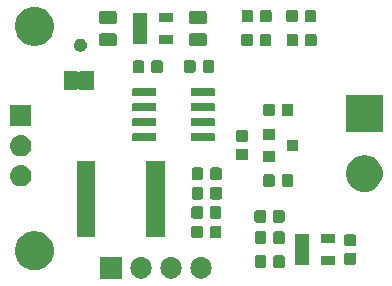
<source format=gts>
G04 #@! TF.GenerationSoftware,KiCad,Pcbnew,(5.1.2)-1*
G04 #@! TF.CreationDate,2022-10-08T12:37:54+09:00*
G04 #@! TF.ProjectId,thamp,7468616d-702e-46b6-9963-61645f706362,v1.2*
G04 #@! TF.SameCoordinates,Original*
G04 #@! TF.FileFunction,Soldermask,Top*
G04 #@! TF.FilePolarity,Negative*
%FSLAX46Y46*%
G04 Gerber Fmt 4.6, Leading zero omitted, Abs format (unit mm)*
G04 Created by KiCad (PCBNEW (5.1.2)-1) date 2022-10-08 12:37:54*
%MOMM*%
%LPD*%
G04 APERTURE LIST*
%ADD10C,0.100000*%
G04 APERTURE END LIST*
D10*
G36*
X132140443Y-122565519D02*
G01*
X132206627Y-122572037D01*
X132376466Y-122623557D01*
X132532991Y-122707222D01*
X132568729Y-122736552D01*
X132670186Y-122819814D01*
X132753448Y-122921271D01*
X132782778Y-122957009D01*
X132866443Y-123113534D01*
X132917963Y-123283373D01*
X132935359Y-123460000D01*
X132917963Y-123636627D01*
X132866443Y-123806466D01*
X132782778Y-123962991D01*
X132753448Y-123998729D01*
X132670186Y-124100186D01*
X132568729Y-124183448D01*
X132532991Y-124212778D01*
X132376466Y-124296443D01*
X132206627Y-124347963D01*
X132140442Y-124354482D01*
X132074260Y-124361000D01*
X131985740Y-124361000D01*
X131919558Y-124354482D01*
X131853373Y-124347963D01*
X131683534Y-124296443D01*
X131527009Y-124212778D01*
X131491271Y-124183448D01*
X131389814Y-124100186D01*
X131306552Y-123998729D01*
X131277222Y-123962991D01*
X131193557Y-123806466D01*
X131142037Y-123636627D01*
X131124641Y-123460000D01*
X131142037Y-123283373D01*
X131193557Y-123113534D01*
X131277222Y-122957009D01*
X131306552Y-122921271D01*
X131389814Y-122819814D01*
X131491271Y-122736552D01*
X131527009Y-122707222D01*
X131683534Y-122623557D01*
X131853373Y-122572037D01*
X131919557Y-122565519D01*
X131985740Y-122559000D01*
X132074260Y-122559000D01*
X132140443Y-122565519D01*
X132140443Y-122565519D01*
G37*
G36*
X134680443Y-122565519D02*
G01*
X134746627Y-122572037D01*
X134916466Y-122623557D01*
X135072991Y-122707222D01*
X135108729Y-122736552D01*
X135210186Y-122819814D01*
X135293448Y-122921271D01*
X135322778Y-122957009D01*
X135406443Y-123113534D01*
X135457963Y-123283373D01*
X135475359Y-123460000D01*
X135457963Y-123636627D01*
X135406443Y-123806466D01*
X135322778Y-123962991D01*
X135293448Y-123998729D01*
X135210186Y-124100186D01*
X135108729Y-124183448D01*
X135072991Y-124212778D01*
X134916466Y-124296443D01*
X134746627Y-124347963D01*
X134680442Y-124354482D01*
X134614260Y-124361000D01*
X134525740Y-124361000D01*
X134459558Y-124354482D01*
X134393373Y-124347963D01*
X134223534Y-124296443D01*
X134067009Y-124212778D01*
X134031271Y-124183448D01*
X133929814Y-124100186D01*
X133846552Y-123998729D01*
X133817222Y-123962991D01*
X133733557Y-123806466D01*
X133682037Y-123636627D01*
X133664641Y-123460000D01*
X133682037Y-123283373D01*
X133733557Y-123113534D01*
X133817222Y-122957009D01*
X133846552Y-122921271D01*
X133929814Y-122819814D01*
X134031271Y-122736552D01*
X134067009Y-122707222D01*
X134223534Y-122623557D01*
X134393373Y-122572037D01*
X134459557Y-122565519D01*
X134525740Y-122559000D01*
X134614260Y-122559000D01*
X134680443Y-122565519D01*
X134680443Y-122565519D01*
G37*
G36*
X137220443Y-122565519D02*
G01*
X137286627Y-122572037D01*
X137456466Y-122623557D01*
X137612991Y-122707222D01*
X137648729Y-122736552D01*
X137750186Y-122819814D01*
X137833448Y-122921271D01*
X137862778Y-122957009D01*
X137946443Y-123113534D01*
X137997963Y-123283373D01*
X138015359Y-123460000D01*
X137997963Y-123636627D01*
X137946443Y-123806466D01*
X137862778Y-123962991D01*
X137833448Y-123998729D01*
X137750186Y-124100186D01*
X137648729Y-124183448D01*
X137612991Y-124212778D01*
X137456466Y-124296443D01*
X137286627Y-124347963D01*
X137220442Y-124354482D01*
X137154260Y-124361000D01*
X137065740Y-124361000D01*
X136999558Y-124354482D01*
X136933373Y-124347963D01*
X136763534Y-124296443D01*
X136607009Y-124212778D01*
X136571271Y-124183448D01*
X136469814Y-124100186D01*
X136386552Y-123998729D01*
X136357222Y-123962991D01*
X136273557Y-123806466D01*
X136222037Y-123636627D01*
X136204641Y-123460000D01*
X136222037Y-123283373D01*
X136273557Y-123113534D01*
X136357222Y-122957009D01*
X136386552Y-122921271D01*
X136469814Y-122819814D01*
X136571271Y-122736552D01*
X136607009Y-122707222D01*
X136763534Y-122623557D01*
X136933373Y-122572037D01*
X136999557Y-122565519D01*
X137065740Y-122559000D01*
X137154260Y-122559000D01*
X137220443Y-122565519D01*
X137220443Y-122565519D01*
G37*
G36*
X130391000Y-124361000D02*
G01*
X128589000Y-124361000D01*
X128589000Y-122559000D01*
X130391000Y-122559000D01*
X130391000Y-124361000D01*
X130391000Y-124361000D01*
G37*
G36*
X123374431Y-120391134D02*
G01*
X123481579Y-120412447D01*
X123782042Y-120536903D01*
X124052451Y-120717585D01*
X124282415Y-120947549D01*
X124463097Y-121217958D01*
X124587553Y-121518421D01*
X124590147Y-121531461D01*
X124651000Y-121837389D01*
X124651000Y-122162611D01*
X124627230Y-122282110D01*
X124587553Y-122481579D01*
X124555484Y-122559000D01*
X124494089Y-122707222D01*
X124463097Y-122782042D01*
X124282415Y-123052451D01*
X124052451Y-123282415D01*
X123782042Y-123463097D01*
X123481579Y-123587553D01*
X123375256Y-123608702D01*
X123162611Y-123651000D01*
X122837389Y-123651000D01*
X122624744Y-123608702D01*
X122518421Y-123587553D01*
X122217958Y-123463097D01*
X121947549Y-123282415D01*
X121717585Y-123052451D01*
X121536903Y-122782042D01*
X121505912Y-122707222D01*
X121444516Y-122559000D01*
X121412447Y-122481579D01*
X121372770Y-122282110D01*
X121349000Y-122162611D01*
X121349000Y-121837389D01*
X121409853Y-121531461D01*
X121412447Y-121518421D01*
X121536903Y-121217958D01*
X121717585Y-120947549D01*
X121947549Y-120717585D01*
X122217958Y-120536903D01*
X122518421Y-120412447D01*
X122625569Y-120391134D01*
X122837389Y-120349000D01*
X123162611Y-120349000D01*
X123374431Y-120391134D01*
X123374431Y-120391134D01*
G37*
G36*
X142480591Y-122396085D02*
G01*
X142514569Y-122406393D01*
X142545890Y-122423134D01*
X142573339Y-122445661D01*
X142595866Y-122473110D01*
X142612607Y-122504431D01*
X142622915Y-122538409D01*
X142627000Y-122579890D01*
X142627000Y-123256110D01*
X142622915Y-123297591D01*
X142612607Y-123331569D01*
X142595866Y-123362890D01*
X142573339Y-123390339D01*
X142545890Y-123412866D01*
X142514569Y-123429607D01*
X142480591Y-123439915D01*
X142439110Y-123444000D01*
X141837890Y-123444000D01*
X141796409Y-123439915D01*
X141762431Y-123429607D01*
X141731110Y-123412866D01*
X141703661Y-123390339D01*
X141681134Y-123362890D01*
X141664393Y-123331569D01*
X141654085Y-123297591D01*
X141650000Y-123256110D01*
X141650000Y-122579890D01*
X141654085Y-122538409D01*
X141664393Y-122504431D01*
X141681134Y-122473110D01*
X141703661Y-122445661D01*
X141731110Y-122423134D01*
X141762431Y-122406393D01*
X141796409Y-122396085D01*
X141837890Y-122392000D01*
X142439110Y-122392000D01*
X142480591Y-122396085D01*
X142480591Y-122396085D01*
G37*
G36*
X144055591Y-122396085D02*
G01*
X144089569Y-122406393D01*
X144120890Y-122423134D01*
X144148339Y-122445661D01*
X144170866Y-122473110D01*
X144187607Y-122504431D01*
X144197915Y-122538409D01*
X144202000Y-122579890D01*
X144202000Y-123256110D01*
X144197915Y-123297591D01*
X144187607Y-123331569D01*
X144170866Y-123362890D01*
X144148339Y-123390339D01*
X144120890Y-123412866D01*
X144089569Y-123429607D01*
X144055591Y-123439915D01*
X144014110Y-123444000D01*
X143412890Y-123444000D01*
X143371409Y-123439915D01*
X143337431Y-123429607D01*
X143306110Y-123412866D01*
X143278661Y-123390339D01*
X143256134Y-123362890D01*
X143239393Y-123331569D01*
X143229085Y-123297591D01*
X143225000Y-123256110D01*
X143225000Y-122579890D01*
X143229085Y-122538409D01*
X143239393Y-122504431D01*
X143256134Y-122473110D01*
X143278661Y-122445661D01*
X143306110Y-122423134D01*
X143337431Y-122406393D01*
X143371409Y-122396085D01*
X143412890Y-122392000D01*
X144014110Y-122392000D01*
X144055591Y-122396085D01*
X144055591Y-122396085D01*
G37*
G36*
X148443000Y-123228000D02*
G01*
X147281000Y-123228000D01*
X147281000Y-122476000D01*
X148443000Y-122476000D01*
X148443000Y-123228000D01*
X148443000Y-123228000D01*
G37*
G36*
X146243000Y-123228000D02*
G01*
X145081000Y-123228000D01*
X145081000Y-120576000D01*
X146243000Y-120576000D01*
X146243000Y-123228000D01*
X146243000Y-123228000D01*
G37*
G36*
X150129591Y-122205085D02*
G01*
X150163569Y-122215393D01*
X150194890Y-122232134D01*
X150222339Y-122254661D01*
X150244866Y-122282110D01*
X150261607Y-122313431D01*
X150271915Y-122347409D01*
X150276000Y-122388890D01*
X150276000Y-122990110D01*
X150271915Y-123031591D01*
X150261607Y-123065569D01*
X150244866Y-123096890D01*
X150222339Y-123124339D01*
X150194890Y-123146866D01*
X150163569Y-123163607D01*
X150129591Y-123173915D01*
X150088110Y-123178000D01*
X149411890Y-123178000D01*
X149370409Y-123173915D01*
X149336431Y-123163607D01*
X149305110Y-123146866D01*
X149277661Y-123124339D01*
X149255134Y-123096890D01*
X149238393Y-123065569D01*
X149228085Y-123031591D01*
X149224000Y-122990110D01*
X149224000Y-122388890D01*
X149228085Y-122347409D01*
X149238393Y-122313431D01*
X149255134Y-122282110D01*
X149277661Y-122254661D01*
X149305110Y-122232134D01*
X149336431Y-122215393D01*
X149370409Y-122205085D01*
X149411890Y-122201000D01*
X150088110Y-122201000D01*
X150129591Y-122205085D01*
X150129591Y-122205085D01*
G37*
G36*
X150129591Y-120630085D02*
G01*
X150163569Y-120640393D01*
X150194890Y-120657134D01*
X150222339Y-120679661D01*
X150244866Y-120707110D01*
X150261607Y-120738431D01*
X150271915Y-120772409D01*
X150276000Y-120813890D01*
X150276000Y-121415110D01*
X150271915Y-121456591D01*
X150261607Y-121490569D01*
X150244866Y-121521890D01*
X150222339Y-121549339D01*
X150194890Y-121571866D01*
X150163569Y-121588607D01*
X150129591Y-121598915D01*
X150088110Y-121603000D01*
X149411890Y-121603000D01*
X149370409Y-121598915D01*
X149336431Y-121588607D01*
X149305110Y-121571866D01*
X149277661Y-121549339D01*
X149255134Y-121521890D01*
X149238393Y-121490569D01*
X149228085Y-121456591D01*
X149224000Y-121415110D01*
X149224000Y-120813890D01*
X149228085Y-120772409D01*
X149238393Y-120738431D01*
X149255134Y-120707110D01*
X149277661Y-120679661D01*
X149305110Y-120657134D01*
X149336431Y-120640393D01*
X149370409Y-120630085D01*
X149411890Y-120626000D01*
X150088110Y-120626000D01*
X150129591Y-120630085D01*
X150129591Y-120630085D01*
G37*
G36*
X144055591Y-120364085D02*
G01*
X144089569Y-120374393D01*
X144120890Y-120391134D01*
X144148339Y-120413661D01*
X144170866Y-120441110D01*
X144187607Y-120472431D01*
X144197915Y-120506409D01*
X144202000Y-120547890D01*
X144202000Y-121224110D01*
X144197915Y-121265591D01*
X144187607Y-121299569D01*
X144170866Y-121330890D01*
X144148339Y-121358339D01*
X144120890Y-121380866D01*
X144089569Y-121397607D01*
X144055591Y-121407915D01*
X144014110Y-121412000D01*
X143412890Y-121412000D01*
X143371409Y-121407915D01*
X143337431Y-121397607D01*
X143306110Y-121380866D01*
X143278661Y-121358339D01*
X143256134Y-121330890D01*
X143239393Y-121299569D01*
X143229085Y-121265591D01*
X143225000Y-121224110D01*
X143225000Y-120547890D01*
X143229085Y-120506409D01*
X143239393Y-120472431D01*
X143256134Y-120441110D01*
X143278661Y-120413661D01*
X143306110Y-120391134D01*
X143337431Y-120374393D01*
X143371409Y-120364085D01*
X143412890Y-120360000D01*
X144014110Y-120360000D01*
X144055591Y-120364085D01*
X144055591Y-120364085D01*
G37*
G36*
X142480591Y-120364085D02*
G01*
X142514569Y-120374393D01*
X142545890Y-120391134D01*
X142573339Y-120413661D01*
X142595866Y-120441110D01*
X142612607Y-120472431D01*
X142622915Y-120506409D01*
X142627000Y-120547890D01*
X142627000Y-121224110D01*
X142622915Y-121265591D01*
X142612607Y-121299569D01*
X142595866Y-121330890D01*
X142573339Y-121358339D01*
X142545890Y-121380866D01*
X142514569Y-121397607D01*
X142480591Y-121407915D01*
X142439110Y-121412000D01*
X141837890Y-121412000D01*
X141796409Y-121407915D01*
X141762431Y-121397607D01*
X141731110Y-121380866D01*
X141703661Y-121358339D01*
X141681134Y-121330890D01*
X141664393Y-121299569D01*
X141654085Y-121265591D01*
X141650000Y-121224110D01*
X141650000Y-120547890D01*
X141654085Y-120506409D01*
X141664393Y-120472431D01*
X141681134Y-120441110D01*
X141703661Y-120413661D01*
X141731110Y-120391134D01*
X141762431Y-120374393D01*
X141796409Y-120364085D01*
X141837890Y-120360000D01*
X142439110Y-120360000D01*
X142480591Y-120364085D01*
X142480591Y-120364085D01*
G37*
G36*
X148443000Y-121328000D02*
G01*
X147281000Y-121328000D01*
X147281000Y-120576000D01*
X148443000Y-120576000D01*
X148443000Y-121328000D01*
X148443000Y-121328000D01*
G37*
G36*
X138693591Y-119896085D02*
G01*
X138727569Y-119906393D01*
X138758890Y-119923134D01*
X138786339Y-119945661D01*
X138808866Y-119973110D01*
X138825607Y-120004431D01*
X138835915Y-120038409D01*
X138840000Y-120079890D01*
X138840000Y-120756110D01*
X138835915Y-120797591D01*
X138825607Y-120831569D01*
X138808866Y-120862890D01*
X138786339Y-120890339D01*
X138758890Y-120912866D01*
X138727569Y-120929607D01*
X138693591Y-120939915D01*
X138652110Y-120944000D01*
X138050890Y-120944000D01*
X138009409Y-120939915D01*
X137975431Y-120929607D01*
X137944110Y-120912866D01*
X137916661Y-120890339D01*
X137894134Y-120862890D01*
X137877393Y-120831569D01*
X137867085Y-120797591D01*
X137863000Y-120756110D01*
X137863000Y-120079890D01*
X137867085Y-120038409D01*
X137877393Y-120004431D01*
X137894134Y-119973110D01*
X137916661Y-119945661D01*
X137944110Y-119923134D01*
X137975431Y-119906393D01*
X138009409Y-119896085D01*
X138050890Y-119892000D01*
X138652110Y-119892000D01*
X138693591Y-119896085D01*
X138693591Y-119896085D01*
G37*
G36*
X137118591Y-119896085D02*
G01*
X137152569Y-119906393D01*
X137183890Y-119923134D01*
X137211339Y-119945661D01*
X137233866Y-119973110D01*
X137250607Y-120004431D01*
X137260915Y-120038409D01*
X137265000Y-120079890D01*
X137265000Y-120756110D01*
X137260915Y-120797591D01*
X137250607Y-120831569D01*
X137233866Y-120862890D01*
X137211339Y-120890339D01*
X137183890Y-120912866D01*
X137152569Y-120929607D01*
X137118591Y-120939915D01*
X137077110Y-120944000D01*
X136475890Y-120944000D01*
X136434409Y-120939915D01*
X136400431Y-120929607D01*
X136369110Y-120912866D01*
X136341661Y-120890339D01*
X136319134Y-120862890D01*
X136302393Y-120831569D01*
X136292085Y-120797591D01*
X136288000Y-120756110D01*
X136288000Y-120079890D01*
X136292085Y-120038409D01*
X136302393Y-120004431D01*
X136319134Y-119973110D01*
X136341661Y-119945661D01*
X136369110Y-119923134D01*
X136400431Y-119906393D01*
X136434409Y-119896085D01*
X136475890Y-119892000D01*
X137077110Y-119892000D01*
X137118591Y-119896085D01*
X137118591Y-119896085D01*
G37*
G36*
X134026000Y-120821000D02*
G01*
X132474000Y-120821000D01*
X132474000Y-114419000D01*
X134026000Y-114419000D01*
X134026000Y-120821000D01*
X134026000Y-120821000D01*
G37*
G36*
X128126000Y-120821000D02*
G01*
X126574000Y-120821000D01*
X126574000Y-114419000D01*
X128126000Y-114419000D01*
X128126000Y-120821000D01*
X128126000Y-120821000D01*
G37*
G36*
X144042091Y-118578085D02*
G01*
X144076069Y-118588393D01*
X144107390Y-118605134D01*
X144134839Y-118627661D01*
X144157366Y-118655110D01*
X144174107Y-118686431D01*
X144184415Y-118720409D01*
X144188500Y-118761890D01*
X144188500Y-119438110D01*
X144184415Y-119479591D01*
X144174107Y-119513569D01*
X144157366Y-119544890D01*
X144134839Y-119572339D01*
X144107390Y-119594866D01*
X144076069Y-119611607D01*
X144042091Y-119621915D01*
X144000610Y-119626000D01*
X143399390Y-119626000D01*
X143357909Y-119621915D01*
X143323931Y-119611607D01*
X143292610Y-119594866D01*
X143265161Y-119572339D01*
X143242634Y-119544890D01*
X143225893Y-119513569D01*
X143215585Y-119479591D01*
X143211500Y-119438110D01*
X143211500Y-118761890D01*
X143215585Y-118720409D01*
X143225893Y-118686431D01*
X143242634Y-118655110D01*
X143265161Y-118627661D01*
X143292610Y-118605134D01*
X143323931Y-118588393D01*
X143357909Y-118578085D01*
X143399390Y-118574000D01*
X144000610Y-118574000D01*
X144042091Y-118578085D01*
X144042091Y-118578085D01*
G37*
G36*
X142467091Y-118578085D02*
G01*
X142501069Y-118588393D01*
X142532390Y-118605134D01*
X142559839Y-118627661D01*
X142582366Y-118655110D01*
X142599107Y-118686431D01*
X142609415Y-118720409D01*
X142613500Y-118761890D01*
X142613500Y-119438110D01*
X142609415Y-119479591D01*
X142599107Y-119513569D01*
X142582366Y-119544890D01*
X142559839Y-119572339D01*
X142532390Y-119594866D01*
X142501069Y-119611607D01*
X142467091Y-119621915D01*
X142425610Y-119626000D01*
X141824390Y-119626000D01*
X141782909Y-119621915D01*
X141748931Y-119611607D01*
X141717610Y-119594866D01*
X141690161Y-119572339D01*
X141667634Y-119544890D01*
X141650893Y-119513569D01*
X141640585Y-119479591D01*
X141636500Y-119438110D01*
X141636500Y-118761890D01*
X141640585Y-118720409D01*
X141650893Y-118686431D01*
X141667634Y-118655110D01*
X141690161Y-118627661D01*
X141717610Y-118605134D01*
X141748931Y-118588393D01*
X141782909Y-118578085D01*
X141824390Y-118574000D01*
X142425610Y-118574000D01*
X142467091Y-118578085D01*
X142467091Y-118578085D01*
G37*
G36*
X137122591Y-118238085D02*
G01*
X137156569Y-118248393D01*
X137187890Y-118265134D01*
X137215339Y-118287661D01*
X137237866Y-118315110D01*
X137254607Y-118346431D01*
X137264915Y-118380409D01*
X137269000Y-118421890D01*
X137269000Y-119098110D01*
X137264915Y-119139591D01*
X137254607Y-119173569D01*
X137237866Y-119204890D01*
X137215339Y-119232339D01*
X137187890Y-119254866D01*
X137156569Y-119271607D01*
X137122591Y-119281915D01*
X137081110Y-119286000D01*
X136479890Y-119286000D01*
X136438409Y-119281915D01*
X136404431Y-119271607D01*
X136373110Y-119254866D01*
X136345661Y-119232339D01*
X136323134Y-119204890D01*
X136306393Y-119173569D01*
X136296085Y-119139591D01*
X136292000Y-119098110D01*
X136292000Y-118421890D01*
X136296085Y-118380409D01*
X136306393Y-118346431D01*
X136323134Y-118315110D01*
X136345661Y-118287661D01*
X136373110Y-118265134D01*
X136404431Y-118248393D01*
X136438409Y-118238085D01*
X136479890Y-118234000D01*
X137081110Y-118234000D01*
X137122591Y-118238085D01*
X137122591Y-118238085D01*
G37*
G36*
X138697591Y-118238085D02*
G01*
X138731569Y-118248393D01*
X138762890Y-118265134D01*
X138790339Y-118287661D01*
X138812866Y-118315110D01*
X138829607Y-118346431D01*
X138839915Y-118380409D01*
X138844000Y-118421890D01*
X138844000Y-119098110D01*
X138839915Y-119139591D01*
X138829607Y-119173569D01*
X138812866Y-119204890D01*
X138790339Y-119232339D01*
X138762890Y-119254866D01*
X138731569Y-119271607D01*
X138697591Y-119281915D01*
X138656110Y-119286000D01*
X138054890Y-119286000D01*
X138013409Y-119281915D01*
X137979431Y-119271607D01*
X137948110Y-119254866D01*
X137920661Y-119232339D01*
X137898134Y-119204890D01*
X137881393Y-119173569D01*
X137871085Y-119139591D01*
X137867000Y-119098110D01*
X137867000Y-118421890D01*
X137871085Y-118380409D01*
X137881393Y-118346431D01*
X137898134Y-118315110D01*
X137920661Y-118287661D01*
X137948110Y-118265134D01*
X137979431Y-118248393D01*
X138013409Y-118238085D01*
X138054890Y-118234000D01*
X138656110Y-118234000D01*
X138697591Y-118238085D01*
X138697591Y-118238085D01*
G37*
G36*
X138727591Y-116618085D02*
G01*
X138761569Y-116628393D01*
X138792890Y-116645134D01*
X138820339Y-116667661D01*
X138842866Y-116695110D01*
X138859607Y-116726431D01*
X138869915Y-116760409D01*
X138874000Y-116801890D01*
X138874000Y-117478110D01*
X138869915Y-117519591D01*
X138859607Y-117553569D01*
X138842866Y-117584890D01*
X138820339Y-117612339D01*
X138792890Y-117634866D01*
X138761569Y-117651607D01*
X138727591Y-117661915D01*
X138686110Y-117666000D01*
X138084890Y-117666000D01*
X138043409Y-117661915D01*
X138009431Y-117651607D01*
X137978110Y-117634866D01*
X137950661Y-117612339D01*
X137928134Y-117584890D01*
X137911393Y-117553569D01*
X137901085Y-117519591D01*
X137897000Y-117478110D01*
X137897000Y-116801890D01*
X137901085Y-116760409D01*
X137911393Y-116726431D01*
X137928134Y-116695110D01*
X137950661Y-116667661D01*
X137978110Y-116645134D01*
X138009431Y-116628393D01*
X138043409Y-116618085D01*
X138084890Y-116614000D01*
X138686110Y-116614000D01*
X138727591Y-116618085D01*
X138727591Y-116618085D01*
G37*
G36*
X137152591Y-116618085D02*
G01*
X137186569Y-116628393D01*
X137217890Y-116645134D01*
X137245339Y-116667661D01*
X137267866Y-116695110D01*
X137284607Y-116726431D01*
X137294915Y-116760409D01*
X137299000Y-116801890D01*
X137299000Y-117478110D01*
X137294915Y-117519591D01*
X137284607Y-117553569D01*
X137267866Y-117584890D01*
X137245339Y-117612339D01*
X137217890Y-117634866D01*
X137186569Y-117651607D01*
X137152591Y-117661915D01*
X137111110Y-117666000D01*
X136509890Y-117666000D01*
X136468409Y-117661915D01*
X136434431Y-117651607D01*
X136403110Y-117634866D01*
X136375661Y-117612339D01*
X136353134Y-117584890D01*
X136336393Y-117553569D01*
X136326085Y-117519591D01*
X136322000Y-117478110D01*
X136322000Y-116801890D01*
X136326085Y-116760409D01*
X136336393Y-116726431D01*
X136353134Y-116695110D01*
X136375661Y-116667661D01*
X136403110Y-116645134D01*
X136434431Y-116628393D01*
X136468409Y-116618085D01*
X136509890Y-116614000D01*
X137111110Y-116614000D01*
X137152591Y-116618085D01*
X137152591Y-116618085D01*
G37*
G36*
X151232585Y-113948802D02*
G01*
X151382410Y-113978604D01*
X151664674Y-114095521D01*
X151918705Y-114265259D01*
X152134741Y-114481295D01*
X152304479Y-114735326D01*
X152421396Y-115017590D01*
X152422977Y-115025539D01*
X152480263Y-115313532D01*
X152481000Y-115317240D01*
X152481000Y-115622760D01*
X152421396Y-115922410D01*
X152304479Y-116204674D01*
X152134741Y-116458705D01*
X151918705Y-116674741D01*
X151664674Y-116844479D01*
X151382410Y-116961396D01*
X151232585Y-116991198D01*
X151082761Y-117021000D01*
X150777239Y-117021000D01*
X150627415Y-116991198D01*
X150477590Y-116961396D01*
X150195326Y-116844479D01*
X149941295Y-116674741D01*
X149725259Y-116458705D01*
X149555521Y-116204674D01*
X149438604Y-115922410D01*
X149379000Y-115622760D01*
X149379000Y-115317240D01*
X149379738Y-115313532D01*
X149437023Y-115025539D01*
X149438604Y-115017590D01*
X149555521Y-114735326D01*
X149725259Y-114481295D01*
X149941295Y-114265259D01*
X150195326Y-114095521D01*
X150477590Y-113978604D01*
X150627415Y-113948802D01*
X150777239Y-113919000D01*
X151082761Y-113919000D01*
X151232585Y-113948802D01*
X151232585Y-113948802D01*
G37*
G36*
X144777591Y-115528085D02*
G01*
X144811569Y-115538393D01*
X144842890Y-115555134D01*
X144870339Y-115577661D01*
X144892866Y-115605110D01*
X144909607Y-115636431D01*
X144919915Y-115670409D01*
X144924000Y-115711890D01*
X144924000Y-116388110D01*
X144919915Y-116429591D01*
X144909607Y-116463569D01*
X144892866Y-116494890D01*
X144870339Y-116522339D01*
X144842890Y-116544866D01*
X144811569Y-116561607D01*
X144777591Y-116571915D01*
X144736110Y-116576000D01*
X144134890Y-116576000D01*
X144093409Y-116571915D01*
X144059431Y-116561607D01*
X144028110Y-116544866D01*
X144000661Y-116522339D01*
X143978134Y-116494890D01*
X143961393Y-116463569D01*
X143951085Y-116429591D01*
X143947000Y-116388110D01*
X143947000Y-115711890D01*
X143951085Y-115670409D01*
X143961393Y-115636431D01*
X143978134Y-115605110D01*
X144000661Y-115577661D01*
X144028110Y-115555134D01*
X144059431Y-115538393D01*
X144093409Y-115528085D01*
X144134890Y-115524000D01*
X144736110Y-115524000D01*
X144777591Y-115528085D01*
X144777591Y-115528085D01*
G37*
G36*
X143202591Y-115528085D02*
G01*
X143236569Y-115538393D01*
X143267890Y-115555134D01*
X143295339Y-115577661D01*
X143317866Y-115605110D01*
X143334607Y-115636431D01*
X143344915Y-115670409D01*
X143349000Y-115711890D01*
X143349000Y-116388110D01*
X143344915Y-116429591D01*
X143334607Y-116463569D01*
X143317866Y-116494890D01*
X143295339Y-116522339D01*
X143267890Y-116544866D01*
X143236569Y-116561607D01*
X143202591Y-116571915D01*
X143161110Y-116576000D01*
X142559890Y-116576000D01*
X142518409Y-116571915D01*
X142484431Y-116561607D01*
X142453110Y-116544866D01*
X142425661Y-116522339D01*
X142403134Y-116494890D01*
X142386393Y-116463569D01*
X142376085Y-116429591D01*
X142372000Y-116388110D01*
X142372000Y-115711890D01*
X142376085Y-115670409D01*
X142386393Y-115636431D01*
X142403134Y-115605110D01*
X142425661Y-115577661D01*
X142453110Y-115555134D01*
X142484431Y-115538393D01*
X142518409Y-115528085D01*
X142559890Y-115524000D01*
X143161110Y-115524000D01*
X143202591Y-115528085D01*
X143202591Y-115528085D01*
G37*
G36*
X121950443Y-114765519D02*
G01*
X122016627Y-114772037D01*
X122186466Y-114823557D01*
X122342991Y-114907222D01*
X122378729Y-114936552D01*
X122480186Y-115019814D01*
X122563448Y-115121271D01*
X122592778Y-115157009D01*
X122676443Y-115313534D01*
X122727963Y-115483373D01*
X122745359Y-115660000D01*
X122727963Y-115836627D01*
X122676443Y-116006466D01*
X122592778Y-116162991D01*
X122563448Y-116198729D01*
X122480186Y-116300186D01*
X122383661Y-116379401D01*
X122342991Y-116412778D01*
X122342989Y-116412779D01*
X122189372Y-116494890D01*
X122186466Y-116496443D01*
X122016627Y-116547963D01*
X121950442Y-116554482D01*
X121884260Y-116561000D01*
X121795740Y-116561000D01*
X121729558Y-116554482D01*
X121663373Y-116547963D01*
X121493534Y-116496443D01*
X121490629Y-116494890D01*
X121337011Y-116412779D01*
X121337009Y-116412778D01*
X121296339Y-116379401D01*
X121199814Y-116300186D01*
X121116552Y-116198729D01*
X121087222Y-116162991D01*
X121003557Y-116006466D01*
X120952037Y-115836627D01*
X120934641Y-115660000D01*
X120952037Y-115483373D01*
X121003557Y-115313534D01*
X121087222Y-115157009D01*
X121116552Y-115121271D01*
X121199814Y-115019814D01*
X121301271Y-114936552D01*
X121337009Y-114907222D01*
X121493534Y-114823557D01*
X121663373Y-114772037D01*
X121729557Y-114765519D01*
X121795740Y-114759000D01*
X121884260Y-114759000D01*
X121950443Y-114765519D01*
X121950443Y-114765519D01*
G37*
G36*
X138717591Y-114958085D02*
G01*
X138751569Y-114968393D01*
X138782890Y-114985134D01*
X138810339Y-115007661D01*
X138832866Y-115035110D01*
X138849607Y-115066431D01*
X138859915Y-115100409D01*
X138864000Y-115141890D01*
X138864000Y-115818110D01*
X138859915Y-115859591D01*
X138849607Y-115893569D01*
X138832866Y-115924890D01*
X138810339Y-115952339D01*
X138782890Y-115974866D01*
X138751569Y-115991607D01*
X138717591Y-116001915D01*
X138676110Y-116006000D01*
X138074890Y-116006000D01*
X138033409Y-116001915D01*
X137999431Y-115991607D01*
X137968110Y-115974866D01*
X137940661Y-115952339D01*
X137918134Y-115924890D01*
X137901393Y-115893569D01*
X137891085Y-115859591D01*
X137887000Y-115818110D01*
X137887000Y-115141890D01*
X137891085Y-115100409D01*
X137901393Y-115066431D01*
X137918134Y-115035110D01*
X137940661Y-115007661D01*
X137968110Y-114985134D01*
X137999431Y-114968393D01*
X138033409Y-114958085D01*
X138074890Y-114954000D01*
X138676110Y-114954000D01*
X138717591Y-114958085D01*
X138717591Y-114958085D01*
G37*
G36*
X137142591Y-114958085D02*
G01*
X137176569Y-114968393D01*
X137207890Y-114985134D01*
X137235339Y-115007661D01*
X137257866Y-115035110D01*
X137274607Y-115066431D01*
X137284915Y-115100409D01*
X137289000Y-115141890D01*
X137289000Y-115818110D01*
X137284915Y-115859591D01*
X137274607Y-115893569D01*
X137257866Y-115924890D01*
X137235339Y-115952339D01*
X137207890Y-115974866D01*
X137176569Y-115991607D01*
X137142591Y-116001915D01*
X137101110Y-116006000D01*
X136499890Y-116006000D01*
X136458409Y-116001915D01*
X136424431Y-115991607D01*
X136393110Y-115974866D01*
X136365661Y-115952339D01*
X136343134Y-115924890D01*
X136326393Y-115893569D01*
X136316085Y-115859591D01*
X136312000Y-115818110D01*
X136312000Y-115141890D01*
X136316085Y-115100409D01*
X136326393Y-115066431D01*
X136343134Y-115035110D01*
X136365661Y-115007661D01*
X136393110Y-114985134D01*
X136424431Y-114968393D01*
X136458409Y-114958085D01*
X136499890Y-114954000D01*
X137101110Y-114954000D01*
X137142591Y-114958085D01*
X137142591Y-114958085D01*
G37*
G36*
X143357000Y-114501000D02*
G01*
X142355000Y-114501000D01*
X142355000Y-113599000D01*
X143357000Y-113599000D01*
X143357000Y-114501000D01*
X143357000Y-114501000D01*
G37*
G36*
X140959591Y-113381085D02*
G01*
X140993569Y-113391393D01*
X141024890Y-113408134D01*
X141052339Y-113430661D01*
X141074866Y-113458110D01*
X141091607Y-113489431D01*
X141101915Y-113523409D01*
X141106000Y-113564890D01*
X141106000Y-114166110D01*
X141101915Y-114207591D01*
X141091607Y-114241569D01*
X141074866Y-114272890D01*
X141052339Y-114300339D01*
X141024890Y-114322866D01*
X140993569Y-114339607D01*
X140959591Y-114349915D01*
X140918110Y-114354000D01*
X140241890Y-114354000D01*
X140200409Y-114349915D01*
X140166431Y-114339607D01*
X140135110Y-114322866D01*
X140107661Y-114300339D01*
X140085134Y-114272890D01*
X140068393Y-114241569D01*
X140058085Y-114207591D01*
X140054000Y-114166110D01*
X140054000Y-113564890D01*
X140058085Y-113523409D01*
X140068393Y-113489431D01*
X140085134Y-113458110D01*
X140107661Y-113430661D01*
X140135110Y-113408134D01*
X140166431Y-113391393D01*
X140200409Y-113381085D01*
X140241890Y-113377000D01*
X140918110Y-113377000D01*
X140959591Y-113381085D01*
X140959591Y-113381085D01*
G37*
G36*
X121950443Y-112225519D02*
G01*
X122016627Y-112232037D01*
X122186466Y-112283557D01*
X122342991Y-112367222D01*
X122378729Y-112396552D01*
X122480186Y-112479814D01*
X122546402Y-112560500D01*
X122592778Y-112617009D01*
X122676443Y-112773534D01*
X122727963Y-112943373D01*
X122745359Y-113120000D01*
X122727963Y-113296627D01*
X122676443Y-113466466D01*
X122592778Y-113622991D01*
X122563448Y-113658729D01*
X122480186Y-113760186D01*
X122378729Y-113843448D01*
X122342991Y-113872778D01*
X122186466Y-113956443D01*
X122016627Y-114007963D01*
X121950443Y-114014481D01*
X121884260Y-114021000D01*
X121795740Y-114021000D01*
X121729557Y-114014481D01*
X121663373Y-114007963D01*
X121493534Y-113956443D01*
X121337009Y-113872778D01*
X121301271Y-113843448D01*
X121199814Y-113760186D01*
X121116552Y-113658729D01*
X121087222Y-113622991D01*
X121003557Y-113466466D01*
X120952037Y-113296627D01*
X120934641Y-113120000D01*
X120952037Y-112943373D01*
X121003557Y-112773534D01*
X121087222Y-112617009D01*
X121133598Y-112560500D01*
X121199814Y-112479814D01*
X121301271Y-112396552D01*
X121337009Y-112367222D01*
X121493534Y-112283557D01*
X121663373Y-112232037D01*
X121729557Y-112225519D01*
X121795740Y-112219000D01*
X121884260Y-112219000D01*
X121950443Y-112225519D01*
X121950443Y-112225519D01*
G37*
G36*
X145357000Y-113551000D02*
G01*
X144355000Y-113551000D01*
X144355000Y-112649000D01*
X145357000Y-112649000D01*
X145357000Y-113551000D01*
X145357000Y-113551000D01*
G37*
G36*
X140959591Y-111806085D02*
G01*
X140993569Y-111816393D01*
X141024890Y-111833134D01*
X141052339Y-111855661D01*
X141074866Y-111883110D01*
X141091607Y-111914431D01*
X141101915Y-111948409D01*
X141106000Y-111989890D01*
X141106000Y-112591110D01*
X141101915Y-112632591D01*
X141091607Y-112666569D01*
X141074866Y-112697890D01*
X141052339Y-112725339D01*
X141024890Y-112747866D01*
X140993569Y-112764607D01*
X140959591Y-112774915D01*
X140918110Y-112779000D01*
X140241890Y-112779000D01*
X140200409Y-112774915D01*
X140166431Y-112764607D01*
X140135110Y-112747866D01*
X140107661Y-112725339D01*
X140085134Y-112697890D01*
X140068393Y-112666569D01*
X140058085Y-112632591D01*
X140054000Y-112591110D01*
X140054000Y-111989890D01*
X140058085Y-111948409D01*
X140068393Y-111914431D01*
X140085134Y-111883110D01*
X140107661Y-111855661D01*
X140135110Y-111833134D01*
X140166431Y-111816393D01*
X140200409Y-111806085D01*
X140241890Y-111802000D01*
X140918110Y-111802000D01*
X140959591Y-111806085D01*
X140959591Y-111806085D01*
G37*
G36*
X138189928Y-112036764D02*
G01*
X138211009Y-112043160D01*
X138230445Y-112053548D01*
X138247476Y-112067524D01*
X138261452Y-112084555D01*
X138271840Y-112103991D01*
X138278236Y-112125072D01*
X138281000Y-112153140D01*
X138281000Y-112616860D01*
X138278236Y-112644928D01*
X138271840Y-112666009D01*
X138261452Y-112685445D01*
X138247476Y-112702476D01*
X138230445Y-112716452D01*
X138211009Y-112726840D01*
X138189928Y-112733236D01*
X138161860Y-112736000D01*
X136348140Y-112736000D01*
X136320072Y-112733236D01*
X136298991Y-112726840D01*
X136279555Y-112716452D01*
X136262524Y-112702476D01*
X136248548Y-112685445D01*
X136238160Y-112666009D01*
X136231764Y-112644928D01*
X136229000Y-112616860D01*
X136229000Y-112153140D01*
X136231764Y-112125072D01*
X136238160Y-112103991D01*
X136248548Y-112084555D01*
X136262524Y-112067524D01*
X136279555Y-112053548D01*
X136298991Y-112043160D01*
X136320072Y-112036764D01*
X136348140Y-112034000D01*
X138161860Y-112034000D01*
X138189928Y-112036764D01*
X138189928Y-112036764D01*
G37*
G36*
X133239928Y-112036764D02*
G01*
X133261009Y-112043160D01*
X133280445Y-112053548D01*
X133297476Y-112067524D01*
X133311452Y-112084555D01*
X133321840Y-112103991D01*
X133328236Y-112125072D01*
X133331000Y-112153140D01*
X133331000Y-112616860D01*
X133328236Y-112644928D01*
X133321840Y-112666009D01*
X133311452Y-112685445D01*
X133297476Y-112702476D01*
X133280445Y-112716452D01*
X133261009Y-112726840D01*
X133239928Y-112733236D01*
X133211860Y-112736000D01*
X131398140Y-112736000D01*
X131370072Y-112733236D01*
X131348991Y-112726840D01*
X131329555Y-112716452D01*
X131312524Y-112702476D01*
X131298548Y-112685445D01*
X131288160Y-112666009D01*
X131281764Y-112644928D01*
X131279000Y-112616860D01*
X131279000Y-112153140D01*
X131281764Y-112125072D01*
X131288160Y-112103991D01*
X131298548Y-112084555D01*
X131312524Y-112067524D01*
X131329555Y-112053548D01*
X131348991Y-112043160D01*
X131370072Y-112036764D01*
X131398140Y-112034000D01*
X133211860Y-112034000D01*
X133239928Y-112036764D01*
X133239928Y-112036764D01*
G37*
G36*
X143357000Y-112601000D02*
G01*
X142355000Y-112601000D01*
X142355000Y-111699000D01*
X143357000Y-111699000D01*
X143357000Y-112601000D01*
X143357000Y-112601000D01*
G37*
G36*
X152481000Y-111941000D02*
G01*
X149379000Y-111941000D01*
X149379000Y-108839000D01*
X152481000Y-108839000D01*
X152481000Y-111941000D01*
X152481000Y-111941000D01*
G37*
G36*
X122741000Y-111481000D02*
G01*
X120939000Y-111481000D01*
X120939000Y-109679000D01*
X122741000Y-109679000D01*
X122741000Y-111481000D01*
X122741000Y-111481000D01*
G37*
G36*
X138189928Y-110766764D02*
G01*
X138211009Y-110773160D01*
X138230445Y-110783548D01*
X138247476Y-110797524D01*
X138261452Y-110814555D01*
X138271840Y-110833991D01*
X138278236Y-110855072D01*
X138281000Y-110883140D01*
X138281000Y-111346860D01*
X138278236Y-111374928D01*
X138271840Y-111396009D01*
X138261452Y-111415445D01*
X138247476Y-111432476D01*
X138230445Y-111446452D01*
X138211009Y-111456840D01*
X138189928Y-111463236D01*
X138161860Y-111466000D01*
X136348140Y-111466000D01*
X136320072Y-111463236D01*
X136298991Y-111456840D01*
X136279555Y-111446452D01*
X136262524Y-111432476D01*
X136248548Y-111415445D01*
X136238160Y-111396009D01*
X136231764Y-111374928D01*
X136229000Y-111346860D01*
X136229000Y-110883140D01*
X136231764Y-110855072D01*
X136238160Y-110833991D01*
X136248548Y-110814555D01*
X136262524Y-110797524D01*
X136279555Y-110783548D01*
X136298991Y-110773160D01*
X136320072Y-110766764D01*
X136348140Y-110764000D01*
X138161860Y-110764000D01*
X138189928Y-110766764D01*
X138189928Y-110766764D01*
G37*
G36*
X133239928Y-110766764D02*
G01*
X133261009Y-110773160D01*
X133280445Y-110783548D01*
X133297476Y-110797524D01*
X133311452Y-110814555D01*
X133321840Y-110833991D01*
X133328236Y-110855072D01*
X133331000Y-110883140D01*
X133331000Y-111346860D01*
X133328236Y-111374928D01*
X133321840Y-111396009D01*
X133311452Y-111415445D01*
X133297476Y-111432476D01*
X133280445Y-111446452D01*
X133261009Y-111456840D01*
X133239928Y-111463236D01*
X133211860Y-111466000D01*
X131398140Y-111466000D01*
X131370072Y-111463236D01*
X131348991Y-111456840D01*
X131329555Y-111446452D01*
X131312524Y-111432476D01*
X131298548Y-111415445D01*
X131288160Y-111396009D01*
X131281764Y-111374928D01*
X131279000Y-111346860D01*
X131279000Y-110883140D01*
X131281764Y-110855072D01*
X131288160Y-110833991D01*
X131298548Y-110814555D01*
X131312524Y-110797524D01*
X131329555Y-110783548D01*
X131348991Y-110773160D01*
X131370072Y-110766764D01*
X131398140Y-110764000D01*
X133211860Y-110764000D01*
X133239928Y-110766764D01*
X133239928Y-110766764D01*
G37*
G36*
X144779591Y-109568085D02*
G01*
X144813569Y-109578393D01*
X144844890Y-109595134D01*
X144872339Y-109617661D01*
X144894866Y-109645110D01*
X144911607Y-109676431D01*
X144921915Y-109710409D01*
X144926000Y-109751890D01*
X144926000Y-110428110D01*
X144921915Y-110469591D01*
X144911607Y-110503569D01*
X144894866Y-110534890D01*
X144872339Y-110562339D01*
X144844890Y-110584866D01*
X144813569Y-110601607D01*
X144779591Y-110611915D01*
X144738110Y-110616000D01*
X144136890Y-110616000D01*
X144095409Y-110611915D01*
X144061431Y-110601607D01*
X144030110Y-110584866D01*
X144002661Y-110562339D01*
X143980134Y-110534890D01*
X143963393Y-110503569D01*
X143953085Y-110469591D01*
X143949000Y-110428110D01*
X143949000Y-109751890D01*
X143953085Y-109710409D01*
X143963393Y-109676431D01*
X143980134Y-109645110D01*
X144002661Y-109617661D01*
X144030110Y-109595134D01*
X144061431Y-109578393D01*
X144095409Y-109568085D01*
X144136890Y-109564000D01*
X144738110Y-109564000D01*
X144779591Y-109568085D01*
X144779591Y-109568085D01*
G37*
G36*
X143204591Y-109568085D02*
G01*
X143238569Y-109578393D01*
X143269890Y-109595134D01*
X143297339Y-109617661D01*
X143319866Y-109645110D01*
X143336607Y-109676431D01*
X143346915Y-109710409D01*
X143351000Y-109751890D01*
X143351000Y-110428110D01*
X143346915Y-110469591D01*
X143336607Y-110503569D01*
X143319866Y-110534890D01*
X143297339Y-110562339D01*
X143269890Y-110584866D01*
X143238569Y-110601607D01*
X143204591Y-110611915D01*
X143163110Y-110616000D01*
X142561890Y-110616000D01*
X142520409Y-110611915D01*
X142486431Y-110601607D01*
X142455110Y-110584866D01*
X142427661Y-110562339D01*
X142405134Y-110534890D01*
X142388393Y-110503569D01*
X142378085Y-110469591D01*
X142374000Y-110428110D01*
X142374000Y-109751890D01*
X142378085Y-109710409D01*
X142388393Y-109676431D01*
X142405134Y-109645110D01*
X142427661Y-109617661D01*
X142455110Y-109595134D01*
X142486431Y-109578393D01*
X142520409Y-109568085D01*
X142561890Y-109564000D01*
X143163110Y-109564000D01*
X143204591Y-109568085D01*
X143204591Y-109568085D01*
G37*
G36*
X138189928Y-109496764D02*
G01*
X138211009Y-109503160D01*
X138230445Y-109513548D01*
X138247476Y-109527524D01*
X138261452Y-109544555D01*
X138271840Y-109563991D01*
X138278236Y-109585072D01*
X138281000Y-109613140D01*
X138281000Y-110076860D01*
X138278236Y-110104928D01*
X138271840Y-110126009D01*
X138261452Y-110145445D01*
X138247476Y-110162476D01*
X138230445Y-110176452D01*
X138211009Y-110186840D01*
X138189928Y-110193236D01*
X138161860Y-110196000D01*
X136348140Y-110196000D01*
X136320072Y-110193236D01*
X136298991Y-110186840D01*
X136279555Y-110176452D01*
X136262524Y-110162476D01*
X136248548Y-110145445D01*
X136238160Y-110126009D01*
X136231764Y-110104928D01*
X136229000Y-110076860D01*
X136229000Y-109613140D01*
X136231764Y-109585072D01*
X136238160Y-109563991D01*
X136248548Y-109544555D01*
X136262524Y-109527524D01*
X136279555Y-109513548D01*
X136298991Y-109503160D01*
X136320072Y-109496764D01*
X136348140Y-109494000D01*
X138161860Y-109494000D01*
X138189928Y-109496764D01*
X138189928Y-109496764D01*
G37*
G36*
X133239928Y-109496764D02*
G01*
X133261009Y-109503160D01*
X133280445Y-109513548D01*
X133297476Y-109527524D01*
X133311452Y-109544555D01*
X133321840Y-109563991D01*
X133328236Y-109585072D01*
X133331000Y-109613140D01*
X133331000Y-110076860D01*
X133328236Y-110104928D01*
X133321840Y-110126009D01*
X133311452Y-110145445D01*
X133297476Y-110162476D01*
X133280445Y-110176452D01*
X133261009Y-110186840D01*
X133239928Y-110193236D01*
X133211860Y-110196000D01*
X131398140Y-110196000D01*
X131370072Y-110193236D01*
X131348991Y-110186840D01*
X131329555Y-110176452D01*
X131312524Y-110162476D01*
X131298548Y-110145445D01*
X131288160Y-110126009D01*
X131281764Y-110104928D01*
X131279000Y-110076860D01*
X131279000Y-109613140D01*
X131281764Y-109585072D01*
X131288160Y-109563991D01*
X131298548Y-109544555D01*
X131312524Y-109527524D01*
X131329555Y-109513548D01*
X131348991Y-109503160D01*
X131370072Y-109496764D01*
X131398140Y-109494000D01*
X133211860Y-109494000D01*
X133239928Y-109496764D01*
X133239928Y-109496764D01*
G37*
G36*
X133239928Y-108226764D02*
G01*
X133261009Y-108233160D01*
X133280445Y-108243548D01*
X133297476Y-108257524D01*
X133311452Y-108274555D01*
X133321840Y-108293991D01*
X133328236Y-108315072D01*
X133331000Y-108343140D01*
X133331000Y-108806860D01*
X133328236Y-108834928D01*
X133321840Y-108856009D01*
X133311452Y-108875445D01*
X133297476Y-108892476D01*
X133280445Y-108906452D01*
X133261009Y-108916840D01*
X133239928Y-108923236D01*
X133211860Y-108926000D01*
X131398140Y-108926000D01*
X131370072Y-108923236D01*
X131348991Y-108916840D01*
X131329555Y-108906452D01*
X131312524Y-108892476D01*
X131298548Y-108875445D01*
X131288160Y-108856009D01*
X131281764Y-108834928D01*
X131279000Y-108806860D01*
X131279000Y-108343140D01*
X131281764Y-108315072D01*
X131288160Y-108293991D01*
X131298548Y-108274555D01*
X131312524Y-108257524D01*
X131329555Y-108243548D01*
X131348991Y-108233160D01*
X131370072Y-108226764D01*
X131398140Y-108224000D01*
X133211860Y-108224000D01*
X133239928Y-108226764D01*
X133239928Y-108226764D01*
G37*
G36*
X138189928Y-108226764D02*
G01*
X138211009Y-108233160D01*
X138230445Y-108243548D01*
X138247476Y-108257524D01*
X138261452Y-108274555D01*
X138271840Y-108293991D01*
X138278236Y-108315072D01*
X138281000Y-108343140D01*
X138281000Y-108806860D01*
X138278236Y-108834928D01*
X138271840Y-108856009D01*
X138261452Y-108875445D01*
X138247476Y-108892476D01*
X138230445Y-108906452D01*
X138211009Y-108916840D01*
X138189928Y-108923236D01*
X138161860Y-108926000D01*
X136348140Y-108926000D01*
X136320072Y-108923236D01*
X136298991Y-108916840D01*
X136279555Y-108906452D01*
X136262524Y-108892476D01*
X136248548Y-108875445D01*
X136238160Y-108856009D01*
X136231764Y-108834928D01*
X136229000Y-108806860D01*
X136229000Y-108343140D01*
X136231764Y-108315072D01*
X136238160Y-108293991D01*
X136248548Y-108274555D01*
X136262524Y-108257524D01*
X136279555Y-108243548D01*
X136298991Y-108233160D01*
X136320072Y-108226764D01*
X136348140Y-108224000D01*
X138161860Y-108224000D01*
X138189928Y-108226764D01*
X138189928Y-108226764D01*
G37*
G36*
X126584999Y-106799737D02*
G01*
X126594608Y-106802652D01*
X126603472Y-106807390D01*
X126611212Y-106813742D01*
X126611213Y-106813743D01*
X126611237Y-106813763D01*
X126617640Y-106821573D01*
X126617677Y-106821628D01*
X126625480Y-106831147D01*
X126625511Y-106831122D01*
X126636853Y-106844972D01*
X126655779Y-106860537D01*
X126677377Y-106872111D01*
X126700819Y-106879249D01*
X126725202Y-106881676D01*
X126749591Y-106879300D01*
X126773047Y-106872211D01*
X126794670Y-106860682D01*
X126813628Y-106845157D01*
X126829193Y-106826231D01*
X126831029Y-106823175D01*
X126832418Y-106821486D01*
X126832419Y-106821484D01*
X126838801Y-106813725D01*
X126846573Y-106807360D01*
X126846575Y-106807358D01*
X126855399Y-106802654D01*
X126855438Y-106802633D01*
X126865055Y-106799727D01*
X126865085Y-106799718D01*
X126881113Y-106798148D01*
X128018860Y-106798148D01*
X128034999Y-106799737D01*
X128044608Y-106802652D01*
X128053472Y-106807390D01*
X128061237Y-106813763D01*
X128067610Y-106821528D01*
X128072348Y-106830392D01*
X128075263Y-106840001D01*
X128076852Y-106856140D01*
X128076852Y-108343860D01*
X128075263Y-108359999D01*
X128072348Y-108369608D01*
X128067610Y-108378472D01*
X128061237Y-108386237D01*
X128053472Y-108392610D01*
X128044608Y-108397348D01*
X128034999Y-108400263D01*
X128018860Y-108401852D01*
X126881140Y-108401852D01*
X126865001Y-108400263D01*
X126855392Y-108397348D01*
X126846528Y-108392610D01*
X126838763Y-108386237D01*
X126828116Y-108373263D01*
X126821947Y-108364032D01*
X126804619Y-108346706D01*
X126784244Y-108333093D01*
X126761605Y-108323717D01*
X126737572Y-108318937D01*
X126713068Y-108318938D01*
X126689035Y-108323720D01*
X126666396Y-108333098D01*
X126646022Y-108346713D01*
X126628696Y-108364041D01*
X126621825Y-108373317D01*
X126617640Y-108378427D01*
X126611275Y-108386199D01*
X126603516Y-108392581D01*
X126594661Y-108397326D01*
X126591623Y-108398251D01*
X126585085Y-108400242D01*
X126585082Y-108400242D01*
X126585050Y-108400252D01*
X126575000Y-108401247D01*
X126574935Y-108401247D01*
X126568825Y-108401852D01*
X125581140Y-108401852D01*
X125565001Y-108400263D01*
X125555392Y-108397348D01*
X125546528Y-108392610D01*
X125538763Y-108386237D01*
X125532390Y-108378472D01*
X125527652Y-108369608D01*
X125524737Y-108359999D01*
X125523148Y-108343860D01*
X125523148Y-106856140D01*
X125524737Y-106840001D01*
X125527652Y-106830392D01*
X125532390Y-106821528D01*
X125538763Y-106813763D01*
X125546528Y-106807390D01*
X125555392Y-106802652D01*
X125565001Y-106799737D01*
X125581140Y-106798148D01*
X126568860Y-106798148D01*
X126584999Y-106799737D01*
X126584999Y-106799737D01*
G37*
G36*
X132156591Y-105898085D02*
G01*
X132190569Y-105908393D01*
X132221890Y-105925134D01*
X132249339Y-105947661D01*
X132271866Y-105975110D01*
X132288607Y-106006431D01*
X132298915Y-106040409D01*
X132303000Y-106081890D01*
X132303000Y-106758110D01*
X132298915Y-106799591D01*
X132288607Y-106833569D01*
X132271866Y-106864890D01*
X132249339Y-106892339D01*
X132221890Y-106914866D01*
X132190569Y-106931607D01*
X132156591Y-106941915D01*
X132115110Y-106946000D01*
X131513890Y-106946000D01*
X131472409Y-106941915D01*
X131438431Y-106931607D01*
X131407110Y-106914866D01*
X131379661Y-106892339D01*
X131357134Y-106864890D01*
X131340393Y-106833569D01*
X131330085Y-106799591D01*
X131326000Y-106758110D01*
X131326000Y-106081890D01*
X131330085Y-106040409D01*
X131340393Y-106006431D01*
X131357134Y-105975110D01*
X131379661Y-105947661D01*
X131407110Y-105925134D01*
X131438431Y-105908393D01*
X131472409Y-105898085D01*
X131513890Y-105894000D01*
X132115110Y-105894000D01*
X132156591Y-105898085D01*
X132156591Y-105898085D01*
G37*
G36*
X133731591Y-105898085D02*
G01*
X133765569Y-105908393D01*
X133796890Y-105925134D01*
X133824339Y-105947661D01*
X133846866Y-105975110D01*
X133863607Y-106006431D01*
X133873915Y-106040409D01*
X133878000Y-106081890D01*
X133878000Y-106758110D01*
X133873915Y-106799591D01*
X133863607Y-106833569D01*
X133846866Y-106864890D01*
X133824339Y-106892339D01*
X133796890Y-106914866D01*
X133765569Y-106931607D01*
X133731591Y-106941915D01*
X133690110Y-106946000D01*
X133088890Y-106946000D01*
X133047409Y-106941915D01*
X133013431Y-106931607D01*
X132982110Y-106914866D01*
X132954661Y-106892339D01*
X132932134Y-106864890D01*
X132915393Y-106833569D01*
X132905085Y-106799591D01*
X132901000Y-106758110D01*
X132901000Y-106081890D01*
X132905085Y-106040409D01*
X132915393Y-106006431D01*
X132932134Y-105975110D01*
X132954661Y-105947661D01*
X132982110Y-105925134D01*
X133013431Y-105908393D01*
X133047409Y-105898085D01*
X133088890Y-105894000D01*
X133690110Y-105894000D01*
X133731591Y-105898085D01*
X133731591Y-105898085D01*
G37*
G36*
X138087591Y-105878085D02*
G01*
X138121569Y-105888393D01*
X138152890Y-105905134D01*
X138180339Y-105927661D01*
X138202866Y-105955110D01*
X138219607Y-105986431D01*
X138229915Y-106020409D01*
X138234000Y-106061890D01*
X138234000Y-106738110D01*
X138229915Y-106779591D01*
X138219607Y-106813569D01*
X138202866Y-106844890D01*
X138180339Y-106872339D01*
X138152890Y-106894866D01*
X138121569Y-106911607D01*
X138087591Y-106921915D01*
X138046110Y-106926000D01*
X137444890Y-106926000D01*
X137403409Y-106921915D01*
X137369431Y-106911607D01*
X137338110Y-106894866D01*
X137310661Y-106872339D01*
X137288134Y-106844890D01*
X137271393Y-106813569D01*
X137261085Y-106779591D01*
X137257000Y-106738110D01*
X137257000Y-106061890D01*
X137261085Y-106020409D01*
X137271393Y-105986431D01*
X137288134Y-105955110D01*
X137310661Y-105927661D01*
X137338110Y-105905134D01*
X137369431Y-105888393D01*
X137403409Y-105878085D01*
X137444890Y-105874000D01*
X138046110Y-105874000D01*
X138087591Y-105878085D01*
X138087591Y-105878085D01*
G37*
G36*
X136512591Y-105878085D02*
G01*
X136546569Y-105888393D01*
X136577890Y-105905134D01*
X136605339Y-105927661D01*
X136627866Y-105955110D01*
X136644607Y-105986431D01*
X136654915Y-106020409D01*
X136659000Y-106061890D01*
X136659000Y-106738110D01*
X136654915Y-106779591D01*
X136644607Y-106813569D01*
X136627866Y-106844890D01*
X136605339Y-106872339D01*
X136577890Y-106894866D01*
X136546569Y-106911607D01*
X136512591Y-106921915D01*
X136471110Y-106926000D01*
X135869890Y-106926000D01*
X135828409Y-106921915D01*
X135794431Y-106911607D01*
X135763110Y-106894866D01*
X135735661Y-106872339D01*
X135713134Y-106844890D01*
X135696393Y-106813569D01*
X135686085Y-106779591D01*
X135682000Y-106738110D01*
X135682000Y-106061890D01*
X135686085Y-106020409D01*
X135696393Y-105986431D01*
X135713134Y-105955110D01*
X135735661Y-105927661D01*
X135763110Y-105905134D01*
X135794431Y-105888393D01*
X135828409Y-105878085D01*
X135869890Y-105874000D01*
X136471110Y-105874000D01*
X136512591Y-105878085D01*
X136512591Y-105878085D01*
G37*
G36*
X127060721Y-104070174D02*
G01*
X127160995Y-104111709D01*
X127160996Y-104111710D01*
X127251242Y-104172010D01*
X127327990Y-104248758D01*
X127327991Y-104248760D01*
X127388291Y-104339005D01*
X127429826Y-104439279D01*
X127451000Y-104545730D01*
X127451000Y-104654270D01*
X127429826Y-104760721D01*
X127388291Y-104860995D01*
X127388290Y-104860996D01*
X127327990Y-104951242D01*
X127251242Y-105027990D01*
X127205812Y-105058345D01*
X127160995Y-105088291D01*
X127060721Y-105129826D01*
X126954270Y-105151000D01*
X126845730Y-105151000D01*
X126739279Y-105129826D01*
X126639005Y-105088291D01*
X126594188Y-105058345D01*
X126548758Y-105027990D01*
X126472010Y-104951242D01*
X126411710Y-104860996D01*
X126411709Y-104860995D01*
X126370174Y-104760721D01*
X126349000Y-104654270D01*
X126349000Y-104545730D01*
X126370174Y-104439279D01*
X126411709Y-104339005D01*
X126472009Y-104248760D01*
X126472010Y-104248758D01*
X126548758Y-104172010D01*
X126639004Y-104111710D01*
X126639005Y-104111709D01*
X126739279Y-104070174D01*
X126845730Y-104049000D01*
X126954270Y-104049000D01*
X127060721Y-104070174D01*
X127060721Y-104070174D01*
G37*
G36*
X141344591Y-103660085D02*
G01*
X141378569Y-103670393D01*
X141409890Y-103687134D01*
X141437339Y-103709661D01*
X141459866Y-103737110D01*
X141476607Y-103768431D01*
X141486915Y-103802409D01*
X141491000Y-103843890D01*
X141491000Y-104520110D01*
X141486915Y-104561591D01*
X141476607Y-104595569D01*
X141459866Y-104626890D01*
X141437339Y-104654339D01*
X141409890Y-104676866D01*
X141378569Y-104693607D01*
X141344591Y-104703915D01*
X141303110Y-104708000D01*
X140701890Y-104708000D01*
X140660409Y-104703915D01*
X140626431Y-104693607D01*
X140595110Y-104676866D01*
X140567661Y-104654339D01*
X140545134Y-104626890D01*
X140528393Y-104595569D01*
X140518085Y-104561591D01*
X140514000Y-104520110D01*
X140514000Y-103843890D01*
X140518085Y-103802409D01*
X140528393Y-103768431D01*
X140545134Y-103737110D01*
X140567661Y-103709661D01*
X140595110Y-103687134D01*
X140626431Y-103670393D01*
X140660409Y-103660085D01*
X140701890Y-103656000D01*
X141303110Y-103656000D01*
X141344591Y-103660085D01*
X141344591Y-103660085D01*
G37*
G36*
X146755591Y-103660085D02*
G01*
X146789569Y-103670393D01*
X146820890Y-103687134D01*
X146848339Y-103709661D01*
X146870866Y-103737110D01*
X146887607Y-103768431D01*
X146897915Y-103802409D01*
X146902000Y-103843890D01*
X146902000Y-104520110D01*
X146897915Y-104561591D01*
X146887607Y-104595569D01*
X146870866Y-104626890D01*
X146848339Y-104654339D01*
X146820890Y-104676866D01*
X146789569Y-104693607D01*
X146755591Y-104703915D01*
X146714110Y-104708000D01*
X146112890Y-104708000D01*
X146071409Y-104703915D01*
X146037431Y-104693607D01*
X146006110Y-104676866D01*
X145978661Y-104654339D01*
X145956134Y-104626890D01*
X145939393Y-104595569D01*
X145929085Y-104561591D01*
X145925000Y-104520110D01*
X145925000Y-103843890D01*
X145929085Y-103802409D01*
X145939393Y-103768431D01*
X145956134Y-103737110D01*
X145978661Y-103709661D01*
X146006110Y-103687134D01*
X146037431Y-103670393D01*
X146071409Y-103660085D01*
X146112890Y-103656000D01*
X146714110Y-103656000D01*
X146755591Y-103660085D01*
X146755591Y-103660085D01*
G37*
G36*
X145180591Y-103660085D02*
G01*
X145214569Y-103670393D01*
X145245890Y-103687134D01*
X145273339Y-103709661D01*
X145295866Y-103737110D01*
X145312607Y-103768431D01*
X145322915Y-103802409D01*
X145327000Y-103843890D01*
X145327000Y-104520110D01*
X145322915Y-104561591D01*
X145312607Y-104595569D01*
X145295866Y-104626890D01*
X145273339Y-104654339D01*
X145245890Y-104676866D01*
X145214569Y-104693607D01*
X145180591Y-104703915D01*
X145139110Y-104708000D01*
X144537890Y-104708000D01*
X144496409Y-104703915D01*
X144462431Y-104693607D01*
X144431110Y-104676866D01*
X144403661Y-104654339D01*
X144381134Y-104626890D01*
X144364393Y-104595569D01*
X144354085Y-104561591D01*
X144350000Y-104520110D01*
X144350000Y-103843890D01*
X144354085Y-103802409D01*
X144364393Y-103768431D01*
X144381134Y-103737110D01*
X144403661Y-103709661D01*
X144431110Y-103687134D01*
X144462431Y-103670393D01*
X144496409Y-103660085D01*
X144537890Y-103656000D01*
X145139110Y-103656000D01*
X145180591Y-103660085D01*
X145180591Y-103660085D01*
G37*
G36*
X142919591Y-103660085D02*
G01*
X142953569Y-103670393D01*
X142984890Y-103687134D01*
X143012339Y-103709661D01*
X143034866Y-103737110D01*
X143051607Y-103768431D01*
X143061915Y-103802409D01*
X143066000Y-103843890D01*
X143066000Y-104520110D01*
X143061915Y-104561591D01*
X143051607Y-104595569D01*
X143034866Y-104626890D01*
X143012339Y-104654339D01*
X142984890Y-104676866D01*
X142953569Y-104693607D01*
X142919591Y-104703915D01*
X142878110Y-104708000D01*
X142276890Y-104708000D01*
X142235409Y-104703915D01*
X142201431Y-104693607D01*
X142170110Y-104676866D01*
X142142661Y-104654339D01*
X142120134Y-104626890D01*
X142103393Y-104595569D01*
X142093085Y-104561591D01*
X142089000Y-104520110D01*
X142089000Y-103843890D01*
X142093085Y-103802409D01*
X142103393Y-103768431D01*
X142120134Y-103737110D01*
X142142661Y-103709661D01*
X142170110Y-103687134D01*
X142201431Y-103670393D01*
X142235409Y-103660085D01*
X142276890Y-103656000D01*
X142878110Y-103656000D01*
X142919591Y-103660085D01*
X142919591Y-103660085D01*
G37*
G36*
X129814468Y-103589565D02*
G01*
X129853138Y-103601296D01*
X129888777Y-103620346D01*
X129920017Y-103645983D01*
X129945654Y-103677223D01*
X129964704Y-103712862D01*
X129976435Y-103751532D01*
X129981000Y-103797888D01*
X129981000Y-104449112D01*
X129976435Y-104495468D01*
X129964704Y-104534138D01*
X129945654Y-104569777D01*
X129920017Y-104601017D01*
X129888777Y-104626654D01*
X129853138Y-104645704D01*
X129814468Y-104657435D01*
X129768112Y-104662000D01*
X128691888Y-104662000D01*
X128645532Y-104657435D01*
X128606862Y-104645704D01*
X128571223Y-104626654D01*
X128539983Y-104601017D01*
X128514346Y-104569777D01*
X128495296Y-104534138D01*
X128483565Y-104495468D01*
X128479000Y-104449112D01*
X128479000Y-103797888D01*
X128483565Y-103751532D01*
X128495296Y-103712862D01*
X128514346Y-103677223D01*
X128539983Y-103645983D01*
X128571223Y-103620346D01*
X128606862Y-103601296D01*
X128645532Y-103589565D01*
X128691888Y-103585000D01*
X129768112Y-103585000D01*
X129814468Y-103589565D01*
X129814468Y-103589565D01*
G37*
G36*
X137434468Y-103589565D02*
G01*
X137473138Y-103601296D01*
X137508777Y-103620346D01*
X137540017Y-103645983D01*
X137565654Y-103677223D01*
X137584704Y-103712862D01*
X137596435Y-103751532D01*
X137601000Y-103797888D01*
X137601000Y-104449112D01*
X137596435Y-104495468D01*
X137584704Y-104534138D01*
X137565654Y-104569777D01*
X137540017Y-104601017D01*
X137508777Y-104626654D01*
X137473138Y-104645704D01*
X137434468Y-104657435D01*
X137388112Y-104662000D01*
X136311888Y-104662000D01*
X136265532Y-104657435D01*
X136226862Y-104645704D01*
X136191223Y-104626654D01*
X136159983Y-104601017D01*
X136134346Y-104569777D01*
X136115296Y-104534138D01*
X136103565Y-104495468D01*
X136099000Y-104449112D01*
X136099000Y-103797888D01*
X136103565Y-103751532D01*
X136115296Y-103712862D01*
X136134346Y-103677223D01*
X136159983Y-103645983D01*
X136191223Y-103620346D01*
X136226862Y-103601296D01*
X136265532Y-103589565D01*
X136311888Y-103585000D01*
X137388112Y-103585000D01*
X137434468Y-103589565D01*
X137434468Y-103589565D01*
G37*
G36*
X123375256Y-101391298D02*
G01*
X123481579Y-101412447D01*
X123782042Y-101536903D01*
X124052451Y-101717585D01*
X124282415Y-101947549D01*
X124463097Y-102217958D01*
X124574998Y-102488110D01*
X124587553Y-102518422D01*
X124639948Y-102781826D01*
X124651000Y-102837391D01*
X124651000Y-103162609D01*
X124587553Y-103481579D01*
X124502409Y-103687134D01*
X124481709Y-103737110D01*
X124463097Y-103782042D01*
X124282415Y-104052451D01*
X124052451Y-104282415D01*
X123782042Y-104463097D01*
X123481579Y-104587553D01*
X123375256Y-104608702D01*
X123162611Y-104651000D01*
X122837389Y-104651000D01*
X122624744Y-104608702D01*
X122518421Y-104587553D01*
X122217958Y-104463097D01*
X121947549Y-104282415D01*
X121717585Y-104052451D01*
X121536903Y-103782042D01*
X121518292Y-103737110D01*
X121497591Y-103687134D01*
X121412447Y-103481579D01*
X121349000Y-103162609D01*
X121349000Y-102837391D01*
X121360053Y-102781826D01*
X121412447Y-102518422D01*
X121425003Y-102488110D01*
X121536903Y-102217958D01*
X121717585Y-101947549D01*
X121947549Y-101717585D01*
X122217958Y-101536903D01*
X122518421Y-101412447D01*
X122624744Y-101391298D01*
X122837389Y-101349000D01*
X123162611Y-101349000D01*
X123375256Y-101391298D01*
X123375256Y-101391298D01*
G37*
G36*
X134721000Y-104512000D02*
G01*
X133559000Y-104512000D01*
X133559000Y-103760000D01*
X134721000Y-103760000D01*
X134721000Y-104512000D01*
X134721000Y-104512000D01*
G37*
G36*
X132521000Y-104512000D02*
G01*
X131359000Y-104512000D01*
X131359000Y-101860000D01*
X132521000Y-101860000D01*
X132521000Y-104512000D01*
X132521000Y-104512000D01*
G37*
G36*
X129814468Y-101714565D02*
G01*
X129853138Y-101726296D01*
X129888777Y-101745346D01*
X129920017Y-101770983D01*
X129945654Y-101802223D01*
X129964704Y-101837862D01*
X129976435Y-101876532D01*
X129981000Y-101922888D01*
X129981000Y-102574112D01*
X129976435Y-102620468D01*
X129964704Y-102659138D01*
X129945654Y-102694777D01*
X129920017Y-102726017D01*
X129888777Y-102751654D01*
X129853138Y-102770704D01*
X129814468Y-102782435D01*
X129768112Y-102787000D01*
X128691888Y-102787000D01*
X128645532Y-102782435D01*
X128606862Y-102770704D01*
X128571223Y-102751654D01*
X128539983Y-102726017D01*
X128514346Y-102694777D01*
X128495296Y-102659138D01*
X128483565Y-102620468D01*
X128479000Y-102574112D01*
X128479000Y-101922888D01*
X128483565Y-101876532D01*
X128495296Y-101837862D01*
X128514346Y-101802223D01*
X128539983Y-101770983D01*
X128571223Y-101745346D01*
X128606862Y-101726296D01*
X128645532Y-101714565D01*
X128691888Y-101710000D01*
X129768112Y-101710000D01*
X129814468Y-101714565D01*
X129814468Y-101714565D01*
G37*
G36*
X137434468Y-101714565D02*
G01*
X137473138Y-101726296D01*
X137508777Y-101745346D01*
X137540017Y-101770983D01*
X137565654Y-101802223D01*
X137584704Y-101837862D01*
X137596435Y-101876532D01*
X137601000Y-101922888D01*
X137601000Y-102574112D01*
X137596435Y-102620468D01*
X137584704Y-102659138D01*
X137565654Y-102694777D01*
X137540017Y-102726017D01*
X137508777Y-102751654D01*
X137473138Y-102770704D01*
X137434468Y-102782435D01*
X137388112Y-102787000D01*
X136311888Y-102787000D01*
X136265532Y-102782435D01*
X136226862Y-102770704D01*
X136191223Y-102751654D01*
X136159983Y-102726017D01*
X136134346Y-102694777D01*
X136115296Y-102659138D01*
X136103565Y-102620468D01*
X136099000Y-102574112D01*
X136099000Y-101922888D01*
X136103565Y-101876532D01*
X136115296Y-101837862D01*
X136134346Y-101802223D01*
X136159983Y-101770983D01*
X136191223Y-101745346D01*
X136226862Y-101726296D01*
X136265532Y-101714565D01*
X136311888Y-101710000D01*
X137388112Y-101710000D01*
X137434468Y-101714565D01*
X137434468Y-101714565D01*
G37*
G36*
X146729591Y-101628085D02*
G01*
X146763569Y-101638393D01*
X146794890Y-101655134D01*
X146822339Y-101677661D01*
X146844866Y-101705110D01*
X146861607Y-101736431D01*
X146871915Y-101770409D01*
X146876000Y-101811890D01*
X146876000Y-102488110D01*
X146871915Y-102529591D01*
X146861607Y-102563569D01*
X146844866Y-102594890D01*
X146822339Y-102622339D01*
X146794890Y-102644866D01*
X146763569Y-102661607D01*
X146729591Y-102671915D01*
X146688110Y-102676000D01*
X146086890Y-102676000D01*
X146045409Y-102671915D01*
X146011431Y-102661607D01*
X145980110Y-102644866D01*
X145952661Y-102622339D01*
X145930134Y-102594890D01*
X145913393Y-102563569D01*
X145903085Y-102529591D01*
X145899000Y-102488110D01*
X145899000Y-101811890D01*
X145903085Y-101770409D01*
X145913393Y-101736431D01*
X145930134Y-101705110D01*
X145952661Y-101677661D01*
X145980110Y-101655134D01*
X146011431Y-101638393D01*
X146045409Y-101628085D01*
X146086890Y-101624000D01*
X146688110Y-101624000D01*
X146729591Y-101628085D01*
X146729591Y-101628085D01*
G37*
G36*
X145154591Y-101628085D02*
G01*
X145188569Y-101638393D01*
X145219890Y-101655134D01*
X145247339Y-101677661D01*
X145269866Y-101705110D01*
X145286607Y-101736431D01*
X145296915Y-101770409D01*
X145301000Y-101811890D01*
X145301000Y-102488110D01*
X145296915Y-102529591D01*
X145286607Y-102563569D01*
X145269866Y-102594890D01*
X145247339Y-102622339D01*
X145219890Y-102644866D01*
X145188569Y-102661607D01*
X145154591Y-102671915D01*
X145113110Y-102676000D01*
X144511890Y-102676000D01*
X144470409Y-102671915D01*
X144436431Y-102661607D01*
X144405110Y-102644866D01*
X144377661Y-102622339D01*
X144355134Y-102594890D01*
X144338393Y-102563569D01*
X144328085Y-102529591D01*
X144324000Y-102488110D01*
X144324000Y-101811890D01*
X144328085Y-101770409D01*
X144338393Y-101736431D01*
X144355134Y-101705110D01*
X144377661Y-101677661D01*
X144405110Y-101655134D01*
X144436431Y-101638393D01*
X144470409Y-101628085D01*
X144511890Y-101624000D01*
X145113110Y-101624000D01*
X145154591Y-101628085D01*
X145154591Y-101628085D01*
G37*
G36*
X142945591Y-101628085D02*
G01*
X142979569Y-101638393D01*
X143010890Y-101655134D01*
X143038339Y-101677661D01*
X143060866Y-101705110D01*
X143077607Y-101736431D01*
X143087915Y-101770409D01*
X143092000Y-101811890D01*
X143092000Y-102488110D01*
X143087915Y-102529591D01*
X143077607Y-102563569D01*
X143060866Y-102594890D01*
X143038339Y-102622339D01*
X143010890Y-102644866D01*
X142979569Y-102661607D01*
X142945591Y-102671915D01*
X142904110Y-102676000D01*
X142302890Y-102676000D01*
X142261409Y-102671915D01*
X142227431Y-102661607D01*
X142196110Y-102644866D01*
X142168661Y-102622339D01*
X142146134Y-102594890D01*
X142129393Y-102563569D01*
X142119085Y-102529591D01*
X142115000Y-102488110D01*
X142115000Y-101811890D01*
X142119085Y-101770409D01*
X142129393Y-101736431D01*
X142146134Y-101705110D01*
X142168661Y-101677661D01*
X142196110Y-101655134D01*
X142227431Y-101638393D01*
X142261409Y-101628085D01*
X142302890Y-101624000D01*
X142904110Y-101624000D01*
X142945591Y-101628085D01*
X142945591Y-101628085D01*
G37*
G36*
X141370591Y-101628085D02*
G01*
X141404569Y-101638393D01*
X141435890Y-101655134D01*
X141463339Y-101677661D01*
X141485866Y-101705110D01*
X141502607Y-101736431D01*
X141512915Y-101770409D01*
X141517000Y-101811890D01*
X141517000Y-102488110D01*
X141512915Y-102529591D01*
X141502607Y-102563569D01*
X141485866Y-102594890D01*
X141463339Y-102622339D01*
X141435890Y-102644866D01*
X141404569Y-102661607D01*
X141370591Y-102671915D01*
X141329110Y-102676000D01*
X140727890Y-102676000D01*
X140686409Y-102671915D01*
X140652431Y-102661607D01*
X140621110Y-102644866D01*
X140593661Y-102622339D01*
X140571134Y-102594890D01*
X140554393Y-102563569D01*
X140544085Y-102529591D01*
X140540000Y-102488110D01*
X140540000Y-101811890D01*
X140544085Y-101770409D01*
X140554393Y-101736431D01*
X140571134Y-101705110D01*
X140593661Y-101677661D01*
X140621110Y-101655134D01*
X140652431Y-101638393D01*
X140686409Y-101628085D01*
X140727890Y-101624000D01*
X141329110Y-101624000D01*
X141370591Y-101628085D01*
X141370591Y-101628085D01*
G37*
G36*
X134721000Y-102612000D02*
G01*
X133559000Y-102612000D01*
X133559000Y-101860000D01*
X134721000Y-101860000D01*
X134721000Y-102612000D01*
X134721000Y-102612000D01*
G37*
M02*

</source>
